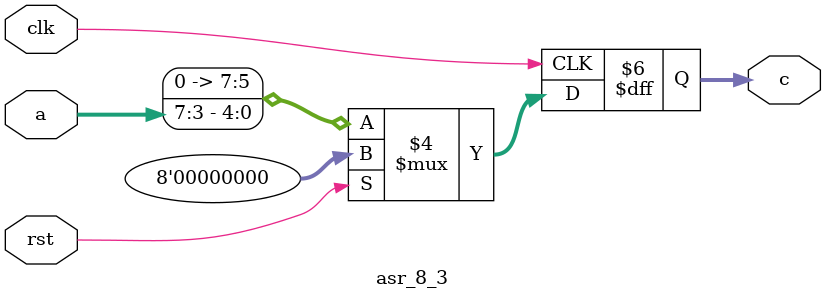
<source format=v>
module asr_8_3(
    a,
    c,
    clk,
    rst
);

input [7:0] a;
input clk, rst;
output [7:0] c;

always @ ( posedge clk )
begin
    case(rst)
        0: c = a >>> 3;
        default: c = 0;
    endcase
end

endmodule

</source>
